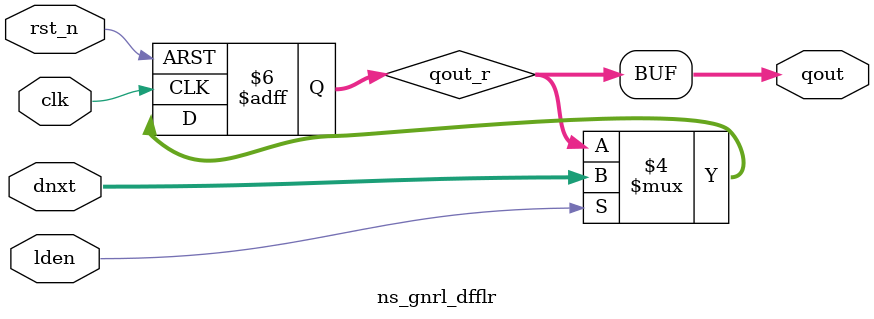
<source format=sv>
module ns_gnrl_dfflr # (
  parameter DW   = 32
) (
  input               lden,
  input      [DW-1:0] dnxt,
  output     [DW-1:0] qout,

  input               clk,
  input               rst_n
);
reg [DW-1:0] qout_r;

always @(posedge clk or negedge rst_n)
begin : DFF_PROC
  if (rst_n == 1'b0)
    qout_r <= {DW{1'b0}};
  else if (lden == 1'b1)
    qout_r <= dnxt;
end

assign qout = qout_r[DW-1:0];

endmodule

</source>
